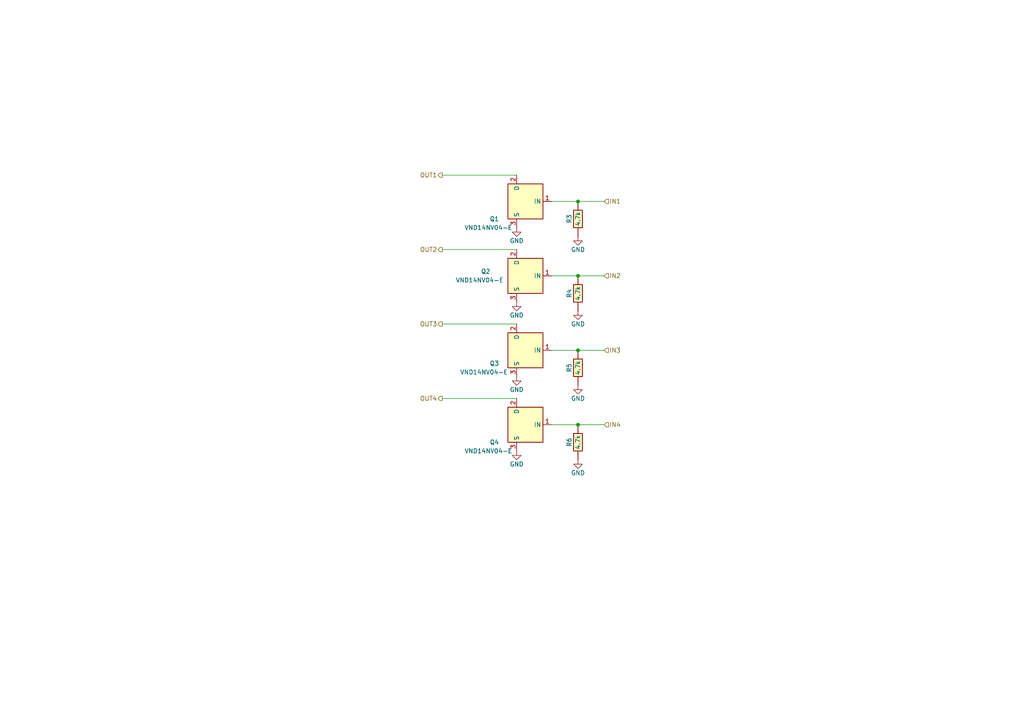
<source format=kicad_sch>
(kicad_sch (version 20231120) (generator "eeschema") (generator_version "8.0")
  (paper "A4")
  (lib_symbols
    (symbol "Power_Management:AUIPS2041L"
      (property "Reference" "U" (at 3.81 1.27 0))
      (property "Value" "AUIPS2041L" (at 3.81 -1.27 0))
      (symbol "AUIPS2041L_0_1"
        (rectangle (start -7.62 5.08) (end 2.54 -5.08) (stroke (width 0.254)) (fill (type background)))
      )
      (symbol "AUIPS2041L_1_1"
        (pin input line (at -10.16 0 0) (length 2.54) (name "IN") (number "1"))
        (pin passive line (at 0 7.62 270) (length 2.54) (name "D") (number "2"))
        (pin power_in line (at 0 -7.62 90) (length 2.54) (name "S") (number "3"))
      )
    )
    (symbol "hellen-one-common:Res" (pin_numbers hide)
      (property "Reference" "R" (at 3.81 2.54 0))
      (property "Value" "Res" (at 5.08 -2.54 0))
      (symbol "Res_1_0"
        (rectangle (start 2.54 -1.27) (end 7.62 1.27) (stroke (width 0.254)) (fill (type background)))
        (pin passive line (at 0 0 0) (length 2.54) (name "") (number "1"))
        (pin passive line (at 10.16 0 180) (length 2.54) (name "") (number "2"))
      )
    )
    (symbol "power:GND" (power) (pin_names (offset 0))
      (property "Value" "GND" (at 0 -3.81 0))
      (symbol "GND_0_1"
        (polyline (pts (xy 0 0) (xy 0 -1.27) (xy 1.27 -1.27) (xy 0 -2.54) (xy -1.27 -1.27) (xy 0 -1.27)))
      )
      (symbol "GND_1_1"
        (pin power_in line (at 0 0 270) (length 0) hide (name "GND") (number "1"))
      )
    )
  )
  (junction (at 167.64 123.19))
  (junction (at 167.64 80.01))
  (junction (at 167.64 101.6))
  (junction (at 167.64 58.42))
  (wire (pts (xy 128.27 93.98) (xy 149.86 93.98)))
  (wire (pts (xy 175.26 123.19) (xy 167.64 123.19)))
  (wire (pts (xy 167.64 123.19) (xy 160.02 123.19)))
  (wire (pts (xy 128.27 72.39) (xy 149.86 72.39)))
  (wire (pts (xy 167.64 80.01) (xy 160.02 80.01)))
  (wire (pts (xy 128.27 115.57) (xy 149.86 115.57)))
  (wire (pts (xy 128.27 50.8) (xy 149.86 50.8)))
  (wire (pts (xy 175.26 80.01) (xy 167.64 80.01)))
  (wire (pts (xy 167.64 58.42) (xy 160.02 58.42)))
  (wire (pts (xy 175.26 101.6) (xy 167.64 101.6)))
  (wire (pts (xy 175.26 58.42) (xy 167.64 58.42)))
  (wire (pts (xy 167.64 101.6) (xy 160.02 101.6)))
  (hierarchical_label "IN3" (shape input) (at 175.26 101.6 0))
  (hierarchical_label "OUT4" (shape output) (at 128.27 115.57 180))
  (hierarchical_label "IN2" (shape input) (at 175.26 80.01 0))
  (hierarchical_label "OUT1" (shape output) (at 128.27 50.8 180))
  (hierarchical_label "OUT2" (shape output) (at 128.27 72.39 180))
  (hierarchical_label "IN4" (shape input) (at 175.26 123.19 0))
  (hierarchical_label "OUT3" (shape output) (at 128.27 93.98 180))
  (hierarchical_label "IN1" (shape input) (at 175.26 58.42 0))
  (symbol (lib_id "power:GND") (at 167.64 133.35 0) (mirror y) (unit 1)
    (property "Reference" "#PWR041" (effects (hide yes)))
    (property "Value" "GND" (at 167.64 137.16 0))
    (instances (project "rusefiSTI2004" (path "" (reference "#PWR041") (unit 1)) (path "" (reference "#PWR049") (unit 1))))
  )
  (symbol (lib_id "hellen-one-common:Res") (at 167.64 58.42 270) (unit 1)
    (property "Reference" "R3" (at 165.1 63.5 0))
    (property "Value" "4.7k" (at 167.64 63.5 0))
    (property "Footprint" "hellen-one-common:R0603" (effects (hide yes)))
    (property "LCSC" "C23162" (effects (hide yes)))
    (instances (project "rusefiSTI2004" (path "" (reference "R3") (unit 1)) (path "" (reference "R7") (unit 1))))
  )
  (symbol (lib_id "power:GND") (at 167.64 90.17 0) (mirror y) (unit 1)
    (property "Reference" "#PWR037" (effects (hide yes)))
    (property "Value" "GND" (at 167.64 93.98 0))
    (instances (project "rusefiSTI2004" (path "" (reference "#PWR037") (unit 1)) (path "" (reference "#PWR045") (unit 1))))
  )
  (symbol (lib_id "Power_Management:AUIPS2041L") (at 149.86 123.19 0) (mirror y) (unit 1)
    (property "Reference" "Q4" (at 144.78 128.27 0) (effects (justify left)))
    (property "Value" "VND14NV04-E" (at 148.59 130.81 0) (effects (justify left)))
    (property "Footprint" "hellen-one-common:DPAK" (effects (hide yes)))
    (property "Datasheet" "https://www.infineon.com/dgdl/Infineon-AUIPS2041-DS-v01_00-EN.pdf?fileId=5546d4625a888733015aae147a9d4c57" (effects (hide yes)))
    (property "LCSC" "C155647" (effects (hide yes)))
    (instances (project "rusefiSTI2004" (path "" (reference "Q4") (unit 1)) (path "" (reference "Q8") (unit 1))))
  )
  (symbol (lib_id "power:GND") (at 167.64 111.76 0) (mirror y) (unit 1)
    (property "Reference" "#PWR039" (effects (hide yes)))
    (property "Value" "GND" (at 167.64 115.57 0))
    (instances (project "rusefiSTI2004" (path "" (reference "#PWR039") (unit 1)) (path "" (reference "#PWR047") (unit 1))))
  )
  (symbol (lib_id "power:GND") (at 149.86 87.63 0) (mirror y) (unit 1)
    (property "Reference" "#PWR036" (effects (hide yes)))
    (property "Value" "GND" (at 149.86 91.44 0))
    (instances (project "rusefiSTI2004" (path "" (reference "#PWR036") (unit 1)) (path "" (reference "#PWR044") (unit 1))))
  )
  (symbol (lib_id "hellen-one-common:Res") (at 167.64 123.19 270) (unit 1)
    (property "Reference" "R6" (at 165.1 128.27 0))
    (property "Value" "4.7k" (at 167.64 128.27 0))
    (property "Footprint" "hellen-one-common:R0603" (effects (hide yes)))
    (property "LCSC" "C23162" (effects (hide yes)))
    (instances (project "rusefiSTI2004" (path "" (reference "R6") (unit 1)) (path "" (reference "R10") (unit 1))))
  )
  (symbol (lib_id "power:GND") (at 149.86 109.22 0) (mirror y) (unit 1)
    (property "Reference" "#PWR038" (effects (hide yes)))
    (property "Value" "GND" (at 149.86 113.03 0))
    (instances (project "rusefiSTI2004" (path "" (reference "#PWR038") (unit 1)) (path "" (reference "#PWR046") (unit 1))))
  )
  (symbol (lib_id "power:GND") (at 149.86 130.81 0) (mirror y) (unit 1)
    (property "Reference" "#PWR040" (effects (hide yes)))
    (property "Value" "GND" (at 149.86 134.62 0))
    (instances (project "rusefiSTI2004" (path "" (reference "#PWR040") (unit 1)) (path "" (reference "#PWR048") (unit 1))))
  )
  (symbol (lib_id "power:GND") (at 149.86 66.04 0) (mirror y) (unit 1)
    (property "Reference" "#PWR034" (effects (hide yes)))
    (property "Value" "GND" (at 149.86 69.85 0))
    (instances (project "rusefiSTI2004" (path "" (reference "#PWR034") (unit 1)) (path "" (reference "#PWR042") (unit 1))))
  )
  (symbol (lib_id "hellen-one-common:Res") (at 167.64 101.6 270) (unit 1)
    (property "Reference" "R5" (at 165.1 106.68 0))
    (property "Value" "4.7k" (at 167.64 106.68 0))
    (property "Footprint" "hellen-one-common:R0603" (effects (hide yes)))
    (property "LCSC" "C23162" (effects (hide yes)))
    (instances (project "rusefiSTI2004" (path "" (reference "R5") (unit 1)) (path "" (reference "R9") (unit 1))))
  )
  (symbol (lib_id "hellen-one-common:Res") (at 167.64 80.01 270) (unit 1)
    (property "Reference" "R4" (at 165.1 85.09 0))
    (property "Value" "4.7k" (at 167.64 85.09 0))
    (property "Footprint" "hellen-one-common:R0603" (effects (hide yes)))
    (property "LCSC" "C23162" (effects (hide yes)))
    (instances (project "rusefiSTI2004" (path "" (reference "R4") (unit 1)) (path "" (reference "R8") (unit 1))))
  )
  (symbol (lib_id "Power_Management:AUIPS2041L") (at 149.86 58.42 0) (mirror y) (unit 1)
    (property "Reference" "Q1" (at 144.78 63.5 0) (effects (justify left)))
    (property "Value" "VND14NV04-E" (at 148.59 66.04 0) (effects (justify left)))
    (property "Footprint" "hellen-one-common:DPAK" (effects (hide yes)))
    (property "Datasheet" "https://www.infineon.com/dgdl/Infineon-AUIPS2041-DS-v01_00-EN.pdf?fileId=5546d4625a888733015aae147a9d4c57" (effects (hide yes)))
    (property "LCSC" "C155647" (effects (hide yes)))
    (instances (project "rusefiSTI2004" (path "" (reference "Q1") (unit 1)) (path "" (reference "Q5") (unit 1))))
  )
  (symbol (lib_id "Power_Management:AUIPS2041L") (at 149.86 80.01 0) (mirror y) (unit 1)
    (property "Reference" "Q2" (at 142.24 78.74 0) (effects (justify left)))
    (property "Value" "VND14NV04-E" (at 146.05 81.28 0) (effects (justify left)))
    (property "Footprint" "hellen-one-common:DPAK" (effects (hide yes)))
    (property "Datasheet" "https://www.infineon.com/dgdl/Infineon-AUIPS2041-DS-v01_00-EN.pdf?fileId=5546d4625a888733015aae147a9d4c57" (effects (hide yes)))
    (property "LCSC" " C155647" (effects (hide yes)))
    (instances (project "rusefiSTI2004" (path "" (reference "Q2") (unit 1)) (path "" (reference "Q6") (unit 1))))
  )
  (symbol (lib_id "power:GND") (at 167.64 68.58 0) (mirror y) (unit 1)
    (property "Reference" "#PWR035" (effects (hide yes)))
    (property "Value" "GND" (at 167.64 72.39 0))
    (instances (project "rusefiSTI2004" (path "" (reference "#PWR035") (unit 1)) (path "" (reference "#PWR043") (unit 1))))
  )
  (symbol (lib_id "Power_Management:AUIPS2041L") (at 149.86 101.6 0) (mirror y) (unit 1)
    (property "Reference" "Q3" (at 144.78 105.41 0) (effects (justify left)))
    (property "Value" "VND14NV04-E" (at 147.32 107.95 0) (effects (justify left)))
    (property "Footprint" "hellen-one-common:DPAK" (effects (hide yes)))
    (property "Datasheet" "https://www.infineon.com/dgdl/Infineon-AUIPS2041-DS-v01_00-EN.pdf?fileId=5546d4625a888733015aae147a9d4c57" (effects (hide yes)))
    (property "LCSC" "C155647" (effects (hide yes)))
    (instances (project "rusefiSTI2004" (path "" (reference "Q3") (unit 1)) (path "" (reference "Q7") (unit 1))))
  )
)
</source>
